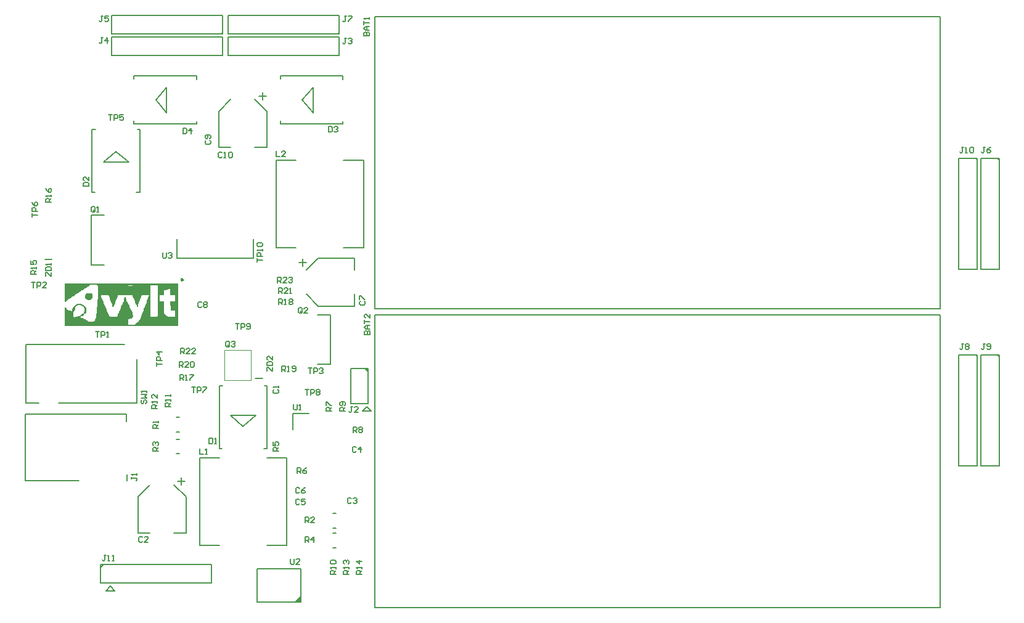
<source format=gto>
G04*
G04 #@! TF.GenerationSoftware,Altium Limited,Altium Designer,24.5.2 (23)*
G04*
G04 Layer_Color=65535*
%FSLAX25Y25*%
%MOIN*%
G70*
G04*
G04 #@! TF.SameCoordinates,60501AE2-BB46-487B-87F6-AF18234ABC67*
G04*
G04*
G04 #@! TF.FilePolarity,Positive*
G04*
G01*
G75*
%ADD10C,0.00984*%
%ADD11C,0.00787*%
%ADD12C,0.00197*%
%ADD13C,0.00500*%
%ADD14C,0.00600*%
%ADD15C,0.00394*%
%ADD16C,0.00701*%
G36*
X37690Y181166D02*
X37964D01*
Y180892D01*
X38238D01*
Y178698D01*
X37964D01*
Y178150D01*
X37690D01*
Y177875D01*
X37416D01*
Y177601D01*
X35770D01*
Y177875D01*
X35222D01*
Y178150D01*
X34674D01*
Y178698D01*
X34400D01*
Y180343D01*
X34674D01*
Y180892D01*
X34948D01*
Y181166D01*
X35496D01*
Y181440D01*
X37690D01*
Y181166D01*
D02*
G37*
G36*
X84850Y163618D02*
X23432D01*
Y173763D01*
X23706D01*
Y173488D01*
X23981D01*
Y173214D01*
X24255D01*
Y172940D01*
X24529D01*
Y172666D01*
X24803D01*
Y172392D01*
X25352D01*
Y172118D01*
X25900D01*
Y171843D01*
X26722D01*
Y171569D01*
X27271D01*
Y172118D01*
X27545D01*
Y172940D01*
X27819D01*
Y173488D01*
X28093D01*
Y174037D01*
X28367D01*
Y174311D01*
X28642D01*
Y174585D01*
X28916D01*
Y174859D01*
X29190D01*
Y175134D01*
X29464D01*
Y175408D01*
X30013D01*
Y175682D01*
X32480D01*
Y175408D01*
X33029D01*
Y175134D01*
X33577D01*
Y174859D01*
X33851D01*
Y174585D01*
X34125D01*
Y174311D01*
X34400D01*
Y174037D01*
X34674D01*
Y173763D01*
X34948D01*
Y172940D01*
X35222D01*
Y171295D01*
X34948D01*
Y170747D01*
X34674D01*
Y170472D01*
X34400D01*
Y170198D01*
X34125D01*
Y169924D01*
X33851D01*
Y169650D01*
X33577D01*
Y169376D01*
X33303D01*
Y169102D01*
X33029D01*
Y168827D01*
X32206D01*
Y168005D01*
X33303D01*
Y167731D01*
X33851D01*
Y167456D01*
X34400D01*
Y167182D01*
X34674D01*
Y166908D01*
X35222D01*
Y166634D01*
X35770D01*
Y166360D01*
X36045D01*
Y166086D01*
X39061D01*
Y166360D01*
X39609D01*
Y166634D01*
X39883D01*
Y167182D01*
X40157D01*
Y168005D01*
X40432D01*
Y170198D01*
X40706D01*
Y174037D01*
X40980D01*
Y177875D01*
X41254D01*
Y185278D01*
X40980D01*
Y185553D01*
X40706D01*
Y185827D01*
X40157D01*
Y186101D01*
X37690D01*
Y185827D01*
X37141D01*
Y185553D01*
X36593D01*
Y185278D01*
X36319D01*
Y185004D01*
X35770D01*
Y184730D01*
X35496D01*
Y184456D01*
X34948D01*
Y184182D01*
X34674D01*
Y183907D01*
X34125D01*
Y183633D01*
X33851D01*
Y183359D01*
X33303D01*
Y183085D01*
X32754D01*
Y182811D01*
X32480D01*
Y182537D01*
X31932D01*
Y182262D01*
X31658D01*
Y181988D01*
X31109D01*
Y181714D01*
X30835D01*
Y181440D01*
X30287D01*
Y181166D01*
X30013D01*
Y180892D01*
X29464D01*
Y180617D01*
X29190D01*
Y180343D01*
X28642D01*
Y180069D01*
X28367D01*
Y179795D01*
X27819D01*
Y179520D01*
X27545D01*
Y179246D01*
X26997D01*
Y178972D01*
X26722D01*
Y178698D01*
X26174D01*
Y178424D01*
X25900D01*
Y178150D01*
X25352D01*
Y177875D01*
X25077D01*
Y177601D01*
X24803D01*
Y177327D01*
X24255D01*
Y177053D01*
X23981D01*
Y176779D01*
X23706D01*
Y176505D01*
X23432D01*
Y186649D01*
X84850D01*
Y163618D01*
D02*
G37*
%LPC*%
G36*
X59899Y185553D02*
X57705D01*
Y185278D01*
X59899D01*
Y185553D01*
D02*
G37*
G36*
X68947Y180343D02*
X65108D01*
Y180069D01*
X64834D01*
Y179795D01*
X64560D01*
Y178972D01*
X64286D01*
Y178150D01*
X64012D01*
Y177327D01*
X63737D01*
Y176505D01*
X63463D01*
Y175682D01*
X63189D01*
Y174859D01*
X62915D01*
Y174037D01*
X62366D01*
Y174859D01*
X62092D01*
Y175408D01*
X61818D01*
Y175956D01*
X61544D01*
Y176779D01*
X61270D01*
Y177327D01*
X60996D01*
Y178150D01*
X60721D01*
Y178698D01*
X60447D01*
Y179246D01*
X60173D01*
Y180069D01*
X59899D01*
Y180343D01*
X52222D01*
Y180069D01*
X51947D01*
Y179246D01*
X51673D01*
Y178424D01*
X51399D01*
Y177875D01*
X51125D01*
Y177053D01*
X50851D01*
Y176230D01*
X50577D01*
Y175682D01*
X50302D01*
Y174859D01*
X50028D01*
Y174311D01*
X49754D01*
Y174037D01*
X49206D01*
Y174859D01*
X48931D01*
Y175682D01*
X48657D01*
Y176230D01*
X48383D01*
Y177053D01*
X48109D01*
Y177875D01*
X47835D01*
Y178424D01*
X47561D01*
Y179246D01*
X47286D01*
Y180069D01*
X47012D01*
Y180343D01*
X42899D01*
Y179795D01*
X43174D01*
Y178972D01*
X43448D01*
Y178424D01*
X43722D01*
Y177601D01*
X43996D01*
Y177053D01*
X44270D01*
Y176230D01*
X44544D01*
Y175682D01*
X44819D01*
Y174859D01*
X45093D01*
Y174311D01*
X45367D01*
Y173763D01*
X45641D01*
Y172940D01*
X45915D01*
Y172392D01*
X46189D01*
Y171569D01*
X46464D01*
Y171021D01*
X46738D01*
Y170198D01*
X47012D01*
Y169650D01*
X47286D01*
Y168827D01*
X47561D01*
Y168553D01*
X51673D01*
Y168827D01*
X51947D01*
Y169650D01*
X52222D01*
Y170198D01*
X52496D01*
Y170747D01*
X52770D01*
Y171569D01*
X53044D01*
Y172118D01*
X53318D01*
Y172940D01*
X53592D01*
Y173488D01*
X53867D01*
Y174311D01*
X54141D01*
Y174859D01*
X54415D01*
Y175408D01*
X54689D01*
Y176230D01*
X54963D01*
Y176779D01*
X55238D01*
Y177601D01*
X55512D01*
Y178698D01*
X55786D01*
Y179246D01*
X56334D01*
Y178424D01*
X56609D01*
Y177875D01*
X56883D01*
Y177053D01*
X57157D01*
Y176505D01*
X57431D01*
Y175956D01*
X57705D01*
Y175408D01*
X57980D01*
Y174859D01*
X58254D01*
Y174311D01*
X58528D01*
Y173488D01*
X58802D01*
Y172940D01*
X59076D01*
Y172392D01*
X59350D01*
Y171843D01*
X59625D01*
Y171295D01*
X59899D01*
Y170472D01*
X60173D01*
Y169650D01*
X60447D01*
Y168553D01*
X60173D01*
Y168279D01*
X59899D01*
Y168005D01*
X59625D01*
Y167731D01*
X58528D01*
Y167456D01*
X57705D01*
Y164166D01*
X60447D01*
Y164440D01*
X61270D01*
Y164715D01*
X61818D01*
Y164989D01*
X62092D01*
Y165263D01*
X62366D01*
Y165537D01*
X62915D01*
Y165811D01*
X63189D01*
Y166086D01*
X63463D01*
Y166634D01*
X63737D01*
Y166908D01*
X64012D01*
Y167456D01*
X64286D01*
Y168279D01*
X64560D01*
Y168827D01*
X64834D01*
Y169376D01*
X65108D01*
Y170198D01*
X65382D01*
Y171021D01*
X65657D01*
Y171569D01*
X65931D01*
Y172392D01*
X66205D01*
Y173214D01*
X66479D01*
Y173763D01*
X66753D01*
Y174585D01*
X67028D01*
Y175408D01*
X67302D01*
Y175956D01*
X67576D01*
Y176779D01*
X67850D01*
Y177601D01*
X68124D01*
Y178424D01*
X68398D01*
Y179246D01*
X68673D01*
Y180069D01*
X68947D01*
Y180343D01*
D02*
G37*
G36*
X80463Y183633D02*
X79366D01*
Y183359D01*
X78269D01*
Y183085D01*
X77447D01*
Y182811D01*
X76898D01*
Y180343D01*
X74705D01*
Y177053D01*
X76898D01*
Y171021D01*
X77172D01*
Y170472D01*
X77447D01*
Y169924D01*
X77721D01*
Y169650D01*
X77995D01*
Y169376D01*
X78269D01*
Y169102D01*
X78543D01*
Y168827D01*
X79092D01*
Y168553D01*
X83204D01*
Y171843D01*
X82108D01*
Y172118D01*
X80737D01*
Y174585D01*
X80463D01*
Y177053D01*
X83204D01*
Y180343D01*
X80463D01*
Y183633D01*
D02*
G37*
G36*
X73608Y185553D02*
X69769D01*
Y177053D01*
Y176779D01*
Y168553D01*
X73334D01*
Y168827D01*
X73608D01*
Y185553D01*
D02*
G37*
G36*
X31932Y174859D02*
X30287D01*
Y174585D01*
X29739D01*
Y174311D01*
X29464D01*
Y174037D01*
X29190D01*
Y173488D01*
X28916D01*
Y172392D01*
X28642D01*
Y171569D01*
X28367D01*
Y171295D01*
X28093D01*
Y168553D01*
X28367D01*
Y168279D01*
X29190D01*
Y168553D01*
X30287D01*
Y168827D01*
X31109D01*
Y169102D01*
X31658D01*
Y169376D01*
X31932D01*
Y169650D01*
X32480D01*
Y169924D01*
X32754D01*
Y170198D01*
X33029D01*
Y170472D01*
X33577D01*
Y170747D01*
X33851D01*
Y171295D01*
X34125D01*
Y173214D01*
X33851D01*
Y173763D01*
X33577D01*
Y174037D01*
X33303D01*
Y174311D01*
X32754D01*
Y174585D01*
X31932D01*
Y174859D01*
D02*
G37*
%LPD*%
D10*
X87238Y188750D02*
X86500Y189176D01*
Y188324D01*
X87238Y188750D01*
D11*
X78551Y278937D02*
Y292717D01*
X72646Y285827D02*
X78551Y278937D01*
X72646Y285827D02*
X78551Y292717D01*
X60835Y272835D02*
Y274803D01*
Y272835D02*
X84063D01*
X90362D01*
X93512D01*
X94693D01*
Y274410D01*
Y296850D02*
Y298819D01*
X71465D02*
X94693D01*
X65165D02*
X71465D01*
X62016D02*
X65165D01*
X60835D02*
X62016D01*
X60835Y297244D02*
Y298819D01*
X157685Y278937D02*
Y292717D01*
X151779Y285827D02*
X157685Y278937D01*
X151779Y285827D02*
X157685Y292717D01*
X139969Y272835D02*
Y274803D01*
Y272835D02*
X163197D01*
X169496D01*
X172646D01*
X173827D01*
Y274410D01*
Y296850D02*
Y298819D01*
X150598D02*
X173827D01*
X144299D02*
X150598D01*
X141150D02*
X144299D01*
X139969D02*
X141150D01*
X139969Y297244D02*
Y298819D01*
X44291Y252157D02*
X58071D01*
X44291D02*
X51181Y258063D01*
X58071Y252157D01*
X38189Y269874D02*
X40157D01*
X38189Y246646D02*
Y269874D01*
Y240347D02*
Y246646D01*
Y237197D02*
Y240347D01*
Y236016D02*
Y237197D01*
Y236016D02*
X39764D01*
X62205D02*
X64173D01*
Y259244D01*
Y265543D01*
Y268693D01*
Y269874D01*
X62598D02*
X64173D01*
X112997Y115165D02*
X126776D01*
X119887Y109260D02*
X126776Y115165D01*
X112997D02*
X119887Y109260D01*
X130910Y97449D02*
X132879D01*
Y120677D01*
Y126976D01*
Y130126D01*
Y131307D01*
X131304D02*
X132879D01*
X106895D02*
X108863D01*
X106895Y108079D02*
Y131307D01*
Y101779D02*
Y108079D01*
Y98630D02*
Y101779D01*
Y97449D02*
Y98630D01*
Y97449D02*
X108469D01*
X168504Y43769D02*
X170079D01*
X168504Y51643D02*
X170079D01*
X168504Y54399D02*
X170079D01*
X168504Y62273D02*
X170079D01*
X83858Y94488D02*
X85433D01*
X83858Y102362D02*
X85433D01*
X83858Y106299D02*
X85433D01*
X83858Y114173D02*
X85433D01*
X137661Y253346D02*
X148488Y253346D01*
X174078D02*
X184905Y253346D01*
X174078Y206102D02*
X184905Y206102D01*
X137661D02*
X148488Y206102D01*
X184905Y206102D02*
Y253346D01*
X137661Y206102D02*
Y253346D01*
X37712Y223521D02*
X44621D01*
X37712Y196698D02*
Y223521D01*
Y196698D02*
X44621D01*
X190945Y169705D02*
X496850D01*
Y11398D02*
Y169705D01*
X190945Y11398D02*
X496850D01*
X190945D02*
Y169705D01*
Y331122D02*
X496850D01*
Y172815D02*
Y331122D01*
X190945Y172815D02*
X496850D01*
X190945D02*
Y331122D01*
X83971Y200364D02*
Y210600D01*
Y200364D02*
X125309D01*
Y210600D01*
X160020Y169685D02*
X166929D01*
Y142862D02*
Y169685D01*
X160020Y142862D02*
X166929D01*
X12598Y199606D02*
X16535D01*
X126378Y135433D02*
X130315D01*
X184252Y117717D02*
X186614Y120079D01*
X184252Y117717D02*
X188189D01*
X186614Y120079D02*
X188976Y117717D01*
X187795D02*
X188976D01*
X49213Y20472D02*
X50394D01*
X48031Y22835D02*
X50394Y20472D01*
X45669D02*
X49606D01*
X45669D02*
X48031Y22835D01*
X132682Y44950D02*
X143509Y44950D01*
X96265D02*
X107091Y44950D01*
X96265Y92194D02*
X107091Y92194D01*
X132682D02*
X143509Y92194D01*
X96265Y44950D02*
Y92194D01*
X143509Y44950D02*
Y92194D01*
X146772Y116210D02*
X155433D01*
X146772Y107549D02*
Y116210D01*
X57087Y79921D02*
Y83465D01*
X56890Y112008D02*
Y115945D01*
X1969D02*
X56890D01*
X1969Y79921D02*
X31102D01*
X1969D02*
Y115945D01*
X62402Y122047D02*
Y143701D01*
X2362Y122047D02*
Y130905D01*
Y122047D02*
X9252D01*
X20079D02*
X25000D01*
X62402Y143701D02*
Y145669D01*
X49606Y153543D02*
X55818D01*
X2362D02*
X49606D01*
X25000Y122047D02*
X62402D01*
X2362Y130905D02*
Y153543D01*
X151058Y14173D02*
Y32283D01*
X127438D02*
X151058D01*
X127438Y14173D02*
Y32283D01*
Y14173D02*
X151058D01*
D12*
X186902Y140215D02*
X186931Y140244D01*
X186759Y140215D02*
X186902D01*
X186659Y140315D02*
X186759Y140215D01*
X186659Y140315D02*
X186745D01*
X187017Y140043D01*
Y139714D02*
Y140043D01*
Y139714D02*
X187046Y139743D01*
Y140315D01*
X187017Y140344D02*
X187046Y140315D01*
X186630Y140344D02*
X187017D01*
X186630D02*
X187003Y139972D01*
Y139843D02*
Y139972D01*
X186602Y140244D02*
X187003Y139843D01*
X186602Y140244D02*
Y140401D01*
X186545Y140458D02*
X186602Y140401D01*
X186545Y140187D02*
Y140458D01*
Y140187D02*
X187188Y139543D01*
X187174D02*
X187188D01*
X186273Y140444D02*
X187174Y139543D01*
X186273Y140215D02*
Y140444D01*
Y140215D02*
X187131Y139356D01*
X187074D02*
X187131D01*
X186001Y140430D02*
X187074Y139356D01*
X186001Y140344D02*
Y140430D01*
Y140344D02*
X187146Y139199D01*
Y138956D02*
Y139199D01*
X185686Y140415D02*
X187146Y138956D01*
X185686Y140415D02*
Y140515D01*
X42990Y34140D02*
X43268Y34418D01*
X42990Y33962D02*
Y34140D01*
Y33962D02*
X43421Y34393D01*
X43572D01*
X43015Y33836D02*
X43572Y34393D01*
X43015Y33722D02*
Y33836D01*
Y33722D02*
X43648Y34355D01*
X43813D01*
X42952Y33494D02*
X43813Y34355D01*
X42952Y33354D02*
Y33494D01*
Y33354D02*
X43978Y34380D01*
X44218D01*
X170349Y321919D02*
X170589D01*
X171615Y322945D01*
Y322805D02*
Y322945D01*
X170754Y321944D02*
X171615Y322805D01*
X170754Y321944D02*
X170919D01*
X171552Y322577D01*
Y322463D02*
Y322577D01*
X170995Y321906D02*
X171552Y322463D01*
X170995Y321906D02*
X171146D01*
X171577Y322337D01*
Y322160D02*
Y322337D01*
X171299Y321881D02*
X171577Y322160D01*
X170349Y310108D02*
X170589D01*
X171615Y311134D01*
Y310994D02*
Y311134D01*
X170754Y310133D02*
X171615Y310994D01*
X170754Y310133D02*
X170919D01*
X171552Y310766D01*
Y310652D02*
Y310766D01*
X170995Y310095D02*
X171552Y310652D01*
X170995Y310095D02*
X171146D01*
X171577Y310526D01*
Y310349D02*
Y310526D01*
X171299Y310070D02*
X171577Y310349D01*
X107357Y310108D02*
X107597D01*
X108623Y311134D01*
Y310994D02*
Y311134D01*
X107762Y310133D02*
X108623Y310994D01*
X107762Y310133D02*
X107926D01*
X108560Y310766D01*
Y310652D02*
Y310766D01*
X108003Y310095D02*
X108560Y310652D01*
X108003Y310095D02*
X108154D01*
X108585Y310526D01*
Y310349D02*
Y310526D01*
X108307Y310070D02*
X108585Y310349D01*
X107357Y321919D02*
X107597D01*
X108623Y322945D01*
Y322805D02*
Y322945D01*
X107762Y321944D02*
X108623Y322805D01*
X107762Y321944D02*
X107926D01*
X108560Y322577D01*
Y322463D02*
Y322577D01*
X108003Y321906D02*
X108560Y322463D01*
X108003Y321906D02*
X108154D01*
X108585Y322337D01*
Y322160D02*
Y322337D01*
X108307Y321881D02*
X108585Y322160D01*
X528475Y253026D02*
Y253266D01*
X527449Y254292D02*
X528475Y253266D01*
X527449Y254292D02*
X527589D01*
X528450Y253431D01*
Y253596D01*
X527816Y254229D02*
X528450Y253596D01*
X527816Y254229D02*
X527930D01*
X528488Y253672D01*
Y253823D01*
X528057Y254254D02*
X528488Y253823D01*
X528057Y254254D02*
X528234D01*
X528513Y253976D01*
X516664Y253026D02*
Y253266D01*
X515638Y254292D02*
X516664Y253266D01*
X515638Y254292D02*
X515777D01*
X516639Y253431D01*
Y253596D01*
X516005Y254229D02*
X516639Y253596D01*
X516005Y254229D02*
X516119D01*
X516677Y253672D01*
Y253823D01*
X516246Y254254D02*
X516677Y253823D01*
X516246Y254254D02*
X516423D01*
X516702Y253976D01*
X528475Y146727D02*
Y146967D01*
X527449Y147993D02*
X528475Y146967D01*
X527449Y147993D02*
X527589D01*
X528450Y147132D01*
Y147297D01*
X527816Y147930D02*
X528450Y147297D01*
X527816Y147930D02*
X527930D01*
X528488Y147373D01*
Y147524D01*
X528057Y147955D02*
X528488Y147524D01*
X528057Y147955D02*
X528234D01*
X528513Y147677D01*
X516664Y146727D02*
Y146967D01*
X515638Y147993D02*
X516664Y146967D01*
X515638Y147993D02*
X515777D01*
X516639Y147132D01*
Y147297D01*
X516005Y147930D02*
X516639Y147297D01*
X516005Y147930D02*
X516119D01*
X516677Y147373D01*
Y147524D01*
X516246Y147955D02*
X516677Y147524D01*
X516246Y147955D02*
X516423D01*
X516702Y147677D01*
D13*
X178079Y140504D02*
X187276D01*
X178079Y121701D02*
X187276D01*
Y140504D01*
X178079Y121701D02*
Y140504D01*
X42835Y34528D02*
X102835D01*
X42835Y24528D02*
X102835D01*
X42835D02*
Y34528D01*
X102835Y24528D02*
Y34528D01*
X111732Y321772D02*
Y331772D01*
X171732Y321772D02*
Y331772D01*
X111732D02*
X171732D01*
X111732Y321772D02*
X171732D01*
X111732Y309961D02*
Y319961D01*
X171732Y309961D02*
Y319961D01*
X111732D02*
X171732D01*
X111732Y309961D02*
X171732D01*
X48740Y309961D02*
Y319961D01*
X108740Y309961D02*
Y319961D01*
X48740D02*
X108740D01*
X48740Y309961D02*
X108740D01*
X48740Y321772D02*
Y331772D01*
X108740Y321772D02*
Y331772D01*
X48740D02*
X108740D01*
X48740Y321772D02*
X108740D01*
X518622Y194409D02*
X528622D01*
X518622Y254410D02*
X528622D01*
X518622Y194409D02*
Y254410D01*
X528622Y194409D02*
Y254410D01*
X506811Y194409D02*
X516811D01*
X506811Y254410D02*
X516811D01*
X506811Y194409D02*
Y254410D01*
X516811Y194409D02*
Y254410D01*
X518622Y88110D02*
X528622D01*
X518622Y148110D02*
X528622D01*
X518622Y88110D02*
Y148110D01*
X528622Y88110D02*
Y148110D01*
X506811Y88110D02*
X516811D01*
X506811Y148110D02*
X516811D01*
X506811Y88110D02*
Y148110D01*
X516811Y88110D02*
Y148110D01*
D14*
X179929Y174402D02*
Y180902D01*
X160429Y174402D02*
X179929D01*
X153929Y180902D02*
X160429Y174402D01*
X179929Y193902D02*
Y200402D01*
X160429D02*
X179929D01*
X153929Y193902D02*
X160429Y200402D01*
X106685Y260228D02*
X113185D01*
X106685D02*
Y279728D01*
X113185Y286228D01*
X126185Y260228D02*
X132685D01*
Y279728D01*
X126185Y286228D02*
X132685Y279728D01*
X82394Y77764D02*
X88894Y71264D01*
Y51764D02*
Y71264D01*
X82394Y51764D02*
X88894D01*
X62894Y71264D02*
X69394Y77764D01*
X62894Y51764D02*
Y71264D01*
Y51764D02*
X69394D01*
X150082Y198000D02*
X154080D01*
X152081Y200000D02*
Y196001D01*
X130284Y290076D02*
Y286077D01*
X132283Y288076D02*
X128284D01*
X86492Y81611D02*
Y77613D01*
X88492Y79612D02*
X84493D01*
D15*
X124016Y134252D02*
Y150787D01*
X109843Y134252D02*
X124016D01*
X109843D02*
Y150787D01*
X124016D01*
X151015Y14567D02*
X151159Y17799D01*
X150883Y17628D02*
X151015Y14567D01*
X150725Y14528D02*
X150883Y17628D01*
X150712Y17549D02*
X150725Y14528D01*
X150450Y14633D02*
X150712Y17549D01*
X150358Y17076D02*
X150450Y14633D01*
X150174Y14383D02*
X150358Y17076D01*
X150069Y16682D02*
X150174Y14383D01*
X149859Y14397D02*
X150069Y16682D01*
X149846Y16446D02*
X149859Y14397D01*
X149688Y14488D02*
X149846Y16446D01*
X149583Y16288D02*
X149688Y14488D01*
X149359Y14423D02*
X149583Y16288D01*
X149254Y15986D02*
X149359Y14423D01*
X149189Y14252D02*
X149254Y15986D01*
X148939Y15539D02*
X149189Y14252D01*
X148913Y14397D02*
X148939Y15539D01*
X148689Y15395D02*
X148913Y14397D01*
X148558Y14383D02*
X148689Y15395D01*
X148427Y15132D02*
X148558Y14383D01*
X148216Y14423D02*
X148427Y15132D01*
X147967Y14462D02*
X148216Y14423D01*
X147967Y14462D02*
X147993Y14567D01*
X148243Y14870D01*
X148873Y15513D01*
X149293Y15802D01*
X149675Y16117D01*
X147809Y14342D02*
X151190Y17968D01*
X147500Y14394D02*
X151010Y18135D01*
D16*
X184177Y29322D02*
X181178D01*
Y30822D01*
X181677Y31321D01*
X182677D01*
X183177Y30822D01*
Y29322D01*
Y30322D02*
X184177Y31321D01*
Y32321D02*
Y33321D01*
Y32821D01*
X181178D01*
X181677Y32321D01*
X184177Y36320D02*
X181178D01*
X182677Y34820D01*
Y36820D01*
X177090Y29322D02*
X174091D01*
Y30822D01*
X174591Y31321D01*
X175591D01*
X176090Y30822D01*
Y29322D01*
Y30322D02*
X177090Y31321D01*
Y32321D02*
Y33321D01*
Y32821D01*
X174091D01*
X174591Y32321D01*
Y34820D02*
X174091Y35320D01*
Y36320D01*
X174591Y36820D01*
X175091D01*
X175591Y36320D01*
Y35820D01*
Y36320D01*
X176090Y36820D01*
X176590D01*
X177090Y36320D01*
Y35320D01*
X176590Y34820D01*
X155056Y140870D02*
X157056D01*
X156056D01*
Y137871D01*
X158055D02*
Y140870D01*
X159555D01*
X160055Y140370D01*
Y139370D01*
X159555Y138870D01*
X158055D01*
X161055Y140370D02*
X161554Y140870D01*
X162554D01*
X163054Y140370D01*
Y139870D01*
X162554Y139370D01*
X162054D01*
X162554D01*
X163054Y138870D01*
Y138370D01*
X162554Y137871D01*
X161554D01*
X161055Y138370D01*
X127241Y198295D02*
Y200294D01*
Y199295D01*
X130240D01*
Y201294D02*
X127241D01*
Y202794D01*
X127741Y203293D01*
X128740D01*
X129240Y202794D01*
Y201294D01*
X130240Y204293D02*
Y205293D01*
Y204793D01*
X127241D01*
X127741Y204293D01*
Y206792D02*
X127241Y207292D01*
Y208292D01*
X127741Y208792D01*
X129740D01*
X130240Y208292D01*
Y207292D01*
X129740Y206792D01*
X127741D01*
X115686Y164885D02*
X117686D01*
X116686D01*
Y161886D01*
X118685D02*
Y164885D01*
X120185D01*
X120685Y164385D01*
Y163386D01*
X120185Y162886D01*
X118685D01*
X121684Y162386D02*
X122184Y161886D01*
X123184D01*
X123684Y162386D01*
Y164385D01*
X123184Y164885D01*
X122184D01*
X121684Y164385D01*
Y163886D01*
X122184Y163386D01*
X123684D01*
X153336Y129465D02*
X155335D01*
X154335D01*
Y126466D01*
X156335D02*
Y129465D01*
X157834D01*
X158334Y128966D01*
Y127966D01*
X157834Y127466D01*
X156335D01*
X159334Y128966D02*
X159834Y129465D01*
X160833D01*
X161333Y128966D01*
Y128466D01*
X160833Y127966D01*
X161333Y127466D01*
Y126966D01*
X160833Y126466D01*
X159834D01*
X159334Y126966D01*
Y127466D01*
X159834Y127966D01*
X159334Y128466D01*
Y128966D01*
X159834Y127966D02*
X160833D01*
X92064Y130633D02*
X94064D01*
X93064D01*
Y127634D01*
X95063D02*
Y130633D01*
X96563D01*
X97063Y130133D01*
Y129134D01*
X96563Y128634D01*
X95063D01*
X98062Y130633D02*
X100062D01*
Y130133D01*
X98062Y128134D01*
Y127634D01*
X5587Y222773D02*
Y224772D01*
Y223773D01*
X8586D01*
Y225772D02*
X5587D01*
Y227272D01*
X6087Y227771D01*
X7087D01*
X7586Y227272D01*
Y225772D01*
X5587Y230770D02*
X6087Y229771D01*
X7087Y228771D01*
X8086D01*
X8586Y229271D01*
Y230271D01*
X8086Y230770D01*
X7586D01*
X7087Y230271D01*
Y228771D01*
X72910Y142064D02*
Y144064D01*
Y143064D01*
X75909D01*
Y145063D02*
X72910D01*
Y146563D01*
X73410Y147063D01*
X74409D01*
X74909Y146563D01*
Y145063D01*
X75909Y149562D02*
X72910D01*
X74409Y148062D01*
Y150062D01*
X5450Y187326D02*
X7450D01*
X6450D01*
Y184327D01*
X8449D02*
Y187326D01*
X9949D01*
X10448Y186827D01*
Y185827D01*
X9949Y185327D01*
X8449D01*
X13447Y184327D02*
X11448D01*
X13447Y186327D01*
Y186827D01*
X12948Y187326D01*
X11948D01*
X11448Y186827D01*
X40202Y160555D02*
X42201D01*
X41202D01*
Y157556D01*
X43201D02*
Y160555D01*
X44701D01*
X45200Y160055D01*
Y159055D01*
X44701Y158555D01*
X43201D01*
X46200Y157556D02*
X47200D01*
X46700D01*
Y160555D01*
X46200Y160055D01*
X47182Y277877D02*
X49182D01*
X48182D01*
Y274879D01*
X50181D02*
Y277877D01*
X51681D01*
X52181Y277378D01*
Y276378D01*
X51681Y275878D01*
X50181D01*
X55180Y277877D02*
X53180D01*
Y276378D01*
X54180Y276878D01*
X54680D01*
X55180Y276378D01*
Y275378D01*
X54680Y274879D01*
X53680D01*
X53180Y275378D01*
X73547Y119086D02*
X70548D01*
Y120585D01*
X71048Y121085D01*
X72047D01*
X72547Y120585D01*
Y119086D01*
Y120086D02*
X73547Y121085D01*
Y122085D02*
Y123085D01*
Y122585D01*
X70548D01*
X71048Y122085D01*
X73547Y126583D02*
Y124584D01*
X71547Y126583D01*
X71048D01*
X70548Y126084D01*
Y125084D01*
X71048Y124584D01*
X80633Y119979D02*
X77634D01*
Y121479D01*
X78134Y121979D01*
X79134D01*
X79634Y121479D01*
Y119979D01*
Y120979D02*
X80633Y121979D01*
Y122978D02*
Y123978D01*
Y123478D01*
X77634D01*
X78134Y122978D01*
X80633Y125478D02*
Y126477D01*
Y125978D01*
X77634D01*
X78134Y125478D01*
X76241Y203468D02*
Y200969D01*
X76741Y200469D01*
X77741D01*
X78240Y200969D01*
Y203468D01*
X79240Y202968D02*
X79740Y203468D01*
X80739D01*
X81239Y202968D01*
Y202468D01*
X80739Y201969D01*
X80240D01*
X80739D01*
X81239Y201469D01*
Y200969D01*
X80739Y200469D01*
X79740D01*
X79240Y200969D01*
X138521Y187083D02*
Y190082D01*
X140021D01*
X140520Y189582D01*
Y188583D01*
X140021Y188083D01*
X138521D01*
X139521D02*
X140520Y187083D01*
X143519D02*
X141520D01*
X143519Y189083D01*
Y189582D01*
X143019Y190082D01*
X142020D01*
X141520Y189582D01*
X144519D02*
X145019Y190082D01*
X146019D01*
X146518Y189582D01*
Y189083D01*
X146019Y188583D01*
X145519D01*
X146019D01*
X146518Y188083D01*
Y187583D01*
X146019Y187083D01*
X145019D01*
X144519Y187583D01*
X139021Y181178D02*
Y184177D01*
X140520D01*
X141020Y183677D01*
Y182677D01*
X140520Y182177D01*
X139021D01*
X140021D02*
X141020Y181178D01*
X144019D02*
X142020D01*
X144019Y183177D01*
Y183677D01*
X143519Y184177D01*
X142520D01*
X142020Y183677D01*
X145019Y181178D02*
X146019D01*
X145519D01*
Y184177D01*
X145019Y183677D01*
X139165Y175272D02*
Y178271D01*
X140664D01*
X141164Y177771D01*
Y176772D01*
X140664Y176272D01*
X139165D01*
X140164D02*
X141164Y175272D01*
X142164D02*
X143163D01*
X142664D01*
Y178271D01*
X142164Y177771D01*
X144663D02*
X145163Y178271D01*
X146162D01*
X146662Y177771D01*
Y177271D01*
X146162Y176772D01*
X146662Y176272D01*
Y175772D01*
X146162Y175272D01*
X145163D01*
X144663Y175772D01*
Y176272D01*
X145163Y176772D01*
X144663Y177271D01*
Y177771D01*
X145163Y176772D02*
X146162D01*
X137658Y258192D02*
Y255193D01*
X139658D01*
X142657D02*
X140657D01*
X142657Y257193D01*
Y257693D01*
X142157Y258192D01*
X141157D01*
X140657Y257693D01*
X87265Y270791D02*
Y267792D01*
X88764D01*
X89264Y268292D01*
Y270291D01*
X88764Y270791D01*
X87265D01*
X91763Y267792D02*
Y270791D01*
X90264Y269291D01*
X92263D01*
X99788Y264067D02*
X99288Y263567D01*
Y262568D01*
X99788Y262068D01*
X101787D01*
X102287Y262568D01*
Y263567D01*
X101787Y264067D01*
Y265067D02*
X102287Y265567D01*
Y266566D01*
X101787Y267066D01*
X99788D01*
X99288Y266566D01*
Y265567D01*
X99788Y265067D01*
X100288D01*
X100787Y265567D01*
Y267066D01*
X97532Y176197D02*
X97032Y176696D01*
X96032D01*
X95532Y176197D01*
Y174197D01*
X96032Y173697D01*
X97032D01*
X97532Y174197D01*
X98531Y176197D02*
X99031Y176696D01*
X100031D01*
X100531Y176197D01*
Y175697D01*
X100031Y175197D01*
X100531Y174697D01*
Y174197D01*
X100031Y173697D01*
X99031D01*
X98531Y174197D01*
Y174697D01*
X99031Y175197D01*
X98531Y175697D01*
Y176197D01*
X99031Y175197D02*
X100031D01*
X108487Y257299D02*
X107987Y257799D01*
X106987D01*
X106487Y257299D01*
Y255299D01*
X106987Y254800D01*
X107987D01*
X108487Y255299D01*
X109486Y254800D02*
X110486D01*
X109986D01*
Y257799D01*
X109486Y257299D01*
X111986D02*
X112486Y257799D01*
X113485D01*
X113985Y257299D01*
Y255299D01*
X113485Y254800D01*
X112486D01*
X111986Y255299D01*
Y257299D01*
X183252Y177059D02*
X182752Y176559D01*
Y175560D01*
X183252Y175060D01*
X185252D01*
X185751Y175560D01*
Y176559D01*
X185252Y177059D01*
X182752Y178059D02*
Y180058D01*
X183252D01*
X185252Y178059D01*
X185751D01*
X132752Y139308D02*
Y141308D01*
X133252D01*
X135252Y139308D01*
X135751D01*
Y141308D01*
X132752Y142307D02*
X135751D01*
Y143807D01*
X135252Y144307D01*
X133252D01*
X132752Y143807D01*
Y142307D01*
X135751Y147306D02*
Y145306D01*
X133752Y147306D01*
X133252D01*
X132752Y146806D01*
Y145806D01*
X133252Y145306D01*
X13067Y190596D02*
Y192595D01*
X13567D01*
X15567Y190596D01*
X16066D01*
Y192595D01*
X13067Y193595D02*
X16066D01*
Y195094D01*
X15567Y195594D01*
X13567D01*
X13067Y195094D01*
Y193595D01*
X16066Y196594D02*
Y197593D01*
Y197093D01*
X13067D01*
X13567Y196594D01*
X86159Y148501D02*
Y151499D01*
X87658D01*
X88158Y151000D01*
Y150000D01*
X87658Y149500D01*
X86159D01*
X87159D02*
X88158Y148501D01*
X91157D02*
X89158D01*
X91157Y150500D01*
Y151000D01*
X90657Y151499D01*
X89658D01*
X89158Y151000D01*
X94156Y148501D02*
X92157D01*
X94156Y150500D01*
Y151000D01*
X93656Y151499D01*
X92657D01*
X92157Y151000D01*
X85371Y141414D02*
Y144413D01*
X86871D01*
X87371Y143913D01*
Y142913D01*
X86871Y142414D01*
X85371D01*
X86371D02*
X87371Y141414D01*
X90370D02*
X88370D01*
X90370Y143413D01*
Y143913D01*
X89870Y144413D01*
X88870D01*
X88370Y143913D01*
X91369D02*
X91869Y144413D01*
X92869D01*
X93369Y143913D01*
Y141914D01*
X92869Y141414D01*
X91869D01*
X91369Y141914D01*
Y143913D01*
X140739Y139052D02*
Y142051D01*
X142239D01*
X142739Y141551D01*
Y140551D01*
X142239Y140051D01*
X140739D01*
X141739D02*
X142739Y139052D01*
X143738D02*
X144738D01*
X144238D01*
Y142051D01*
X143738Y141551D01*
X146238Y139551D02*
X146738Y139052D01*
X147737D01*
X148237Y139551D01*
Y141551D01*
X147737Y142051D01*
X146738D01*
X146238Y141551D01*
Y141051D01*
X146738Y140551D01*
X148237D01*
X85621Y134327D02*
Y137326D01*
X87121D01*
X87621Y136827D01*
Y135827D01*
X87121Y135327D01*
X85621D01*
X86621D02*
X87621Y134327D01*
X88620D02*
X89620D01*
X89120D01*
Y137326D01*
X88620Y136827D01*
X91119Y137326D02*
X93119D01*
Y136827D01*
X91119Y134827D01*
Y134327D01*
X16066Y230503D02*
X13067D01*
Y232003D01*
X13567Y232503D01*
X14567D01*
X15067Y232003D01*
Y230503D01*
Y231503D02*
X16066Y232503D01*
Y233502D02*
Y234502D01*
Y234002D01*
X13067D01*
X13567Y233502D01*
X13067Y238001D02*
X13567Y237001D01*
X14567Y236001D01*
X15567D01*
X16066Y236501D01*
Y237501D01*
X15567Y238001D01*
X15067D01*
X14567Y237501D01*
Y236001D01*
X8192Y191527D02*
X5193D01*
Y193026D01*
X5693Y193526D01*
X6693D01*
X7193Y193026D01*
Y191527D01*
Y192526D02*
X8192Y193526D01*
Y194526D02*
Y195526D01*
Y195026D01*
X5193D01*
X5693Y194526D01*
X5193Y199024D02*
Y197025D01*
X6693D01*
X6193Y198025D01*
Y198525D01*
X6693Y199024D01*
X7693D01*
X8192Y198525D01*
Y197525D01*
X7693Y197025D01*
X151862Y171048D02*
Y173047D01*
X151363Y173547D01*
X150363D01*
X149863Y173047D01*
Y171048D01*
X150363Y170548D01*
X151363D01*
X150863Y171547D02*
X151862Y170548D01*
X151363D02*
X151862Y171048D01*
X154861Y170548D02*
X152862D01*
X154861Y172547D01*
Y173047D01*
X154362Y173547D01*
X153362D01*
X152862Y173047D01*
X112492Y152937D02*
Y154937D01*
X111993Y155437D01*
X110993D01*
X110493Y154937D01*
Y152937D01*
X110993Y152437D01*
X111993D01*
X111493Y153437D02*
X112492Y152437D01*
X111993D02*
X112492Y152937D01*
X113492Y154937D02*
X113992Y155437D01*
X114991D01*
X115491Y154937D01*
Y154437D01*
X114991Y153937D01*
X114492D01*
X114991D01*
X115491Y153437D01*
Y152937D01*
X114991Y152437D01*
X113992D01*
X113492Y152937D01*
X39764Y225772D02*
Y227771D01*
X39264Y228271D01*
X38264D01*
X37764Y227771D01*
Y225772D01*
X38264Y225272D01*
X39264D01*
X38764Y226272D02*
X39764Y225272D01*
X39264D02*
X39764Y225772D01*
X40764Y225272D02*
X41763D01*
X41263D01*
Y228271D01*
X40764Y227771D01*
X166005Y271578D02*
Y268579D01*
X167504D01*
X168004Y269079D01*
Y271078D01*
X167504Y271578D01*
X166005D01*
X169004Y271078D02*
X169504Y271578D01*
X170503D01*
X171003Y271078D01*
Y270579D01*
X170503Y270079D01*
X170003D01*
X170503D01*
X171003Y269579D01*
Y269079D01*
X170503Y268579D01*
X169504D01*
X169004Y269079D01*
X33540Y239233D02*
X36539D01*
Y240733D01*
X36039Y241232D01*
X34040D01*
X33540Y240733D01*
Y239233D01*
X36539Y244232D02*
Y242232D01*
X34539Y244232D01*
X34040D01*
X33540Y243732D01*
Y242732D01*
X34040Y242232D01*
X167641Y117579D02*
X164642D01*
Y119079D01*
X165142Y119579D01*
X166142D01*
X166642Y119079D01*
Y117579D01*
Y118579D02*
X167641Y119579D01*
X164642Y120579D02*
Y122578D01*
X165142D01*
X167141Y120579D01*
X167641D01*
X178240Y70291D02*
X177741Y70791D01*
X176741D01*
X176241Y70291D01*
Y68292D01*
X176741Y67792D01*
X177741D01*
X178240Y68292D01*
X179240Y70291D02*
X179740Y70791D01*
X180739D01*
X181239Y70291D01*
Y69791D01*
X180739Y69291D01*
X180240D01*
X180739D01*
X181239Y68792D01*
Y68292D01*
X180739Y67792D01*
X179740D01*
X179240Y68292D01*
X179028Y120003D02*
X178028D01*
X178528D01*
Y117504D01*
X178028Y117004D01*
X177528D01*
X177028Y117504D01*
X182027Y117004D02*
X180027D01*
X182027Y119004D01*
Y119504D01*
X181527Y120003D01*
X180527D01*
X180027Y119504D01*
X101544Y103074D02*
Y100075D01*
X103043D01*
X103543Y100575D01*
Y102575D01*
X103043Y103074D01*
X101544D01*
X104543Y100075D02*
X105543D01*
X105043D01*
Y103074D01*
X104543Y102575D01*
X45601Y39689D02*
X44601D01*
X45101D01*
Y37189D01*
X44601Y36689D01*
X44101D01*
X43601Y37189D01*
X46600Y36689D02*
X47600D01*
X47100D01*
Y39689D01*
X46600Y39189D01*
X49100Y36689D02*
X50099D01*
X49599D01*
Y39689D01*
X49100Y39189D01*
X175681Y331224D02*
X174682D01*
X175181D01*
Y328725D01*
X174682Y328225D01*
X174182D01*
X173682Y328725D01*
X176681Y331224D02*
X178680D01*
Y330724D01*
X176681Y328725D01*
Y328225D01*
X521050Y260402D02*
X520050D01*
X520550D01*
Y257903D01*
X520050Y257403D01*
X519550D01*
X519050Y257903D01*
X524049Y260402D02*
X523049Y259902D01*
X522049Y258903D01*
Y257903D01*
X522549Y257403D01*
X523549D01*
X524049Y257903D01*
Y258403D01*
X523549Y258903D01*
X522049D01*
X509250Y260402D02*
X508250D01*
X508750D01*
Y257903D01*
X508250Y257403D01*
X507750D01*
X507250Y257903D01*
X510249Y257403D02*
X511249D01*
X510749D01*
Y260402D01*
X510249Y259902D01*
X512749D02*
X513248Y260402D01*
X514248D01*
X514748Y259902D01*
Y257903D01*
X514248Y257403D01*
X513248D01*
X512749Y257903D01*
Y259902D01*
X521050Y154102D02*
X520050D01*
X520550D01*
Y151603D01*
X520050Y151103D01*
X519550D01*
X519050Y151603D01*
X522049D02*
X522549Y151103D01*
X523549D01*
X524049Y151603D01*
Y153602D01*
X523549Y154102D01*
X522549D01*
X522049Y153602D01*
Y153103D01*
X522549Y152603D01*
X524049D01*
X175681Y319413D02*
X174682D01*
X175181D01*
Y316914D01*
X174682Y316414D01*
X174182D01*
X173682Y316914D01*
X176681Y318913D02*
X177181Y319413D01*
X178181D01*
X178680Y318913D01*
Y318413D01*
X178181Y317913D01*
X177681D01*
X178181D01*
X178680Y317414D01*
Y316914D01*
X178181Y316414D01*
X177181D01*
X176681Y316914D01*
X509250Y154102D02*
X508250D01*
X508750D01*
Y151603D01*
X508250Y151103D01*
X507750D01*
X507250Y151603D01*
X510249Y153602D02*
X510749Y154102D01*
X511749D01*
X512249Y153602D01*
Y153103D01*
X511749Y152603D01*
X512249Y152103D01*
Y151603D01*
X511749Y151103D01*
X510749D01*
X510249Y151603D01*
Y152103D01*
X510749Y152603D01*
X510249Y153103D01*
Y153602D01*
X510749Y152603D02*
X511749D01*
X43988Y319610D02*
X42989D01*
X43488D01*
Y317111D01*
X42989Y316611D01*
X42489D01*
X41989Y317111D01*
X46488Y316611D02*
Y319610D01*
X44988Y318110D01*
X46987D01*
X43988Y331421D02*
X42989D01*
X43488D01*
Y328922D01*
X42989Y328422D01*
X42489D01*
X41989Y328922D01*
X46987Y331421D02*
X44988D01*
Y329921D01*
X45988Y330421D01*
X46488D01*
X46987Y329921D01*
Y328922D01*
X46488Y328422D01*
X45488D01*
X44988Y328922D01*
X145532Y37720D02*
Y35221D01*
X146032Y34721D01*
X147032D01*
X147532Y35221D01*
Y37720D01*
X150531Y34721D02*
X148531D01*
X150531Y36720D01*
Y37220D01*
X150031Y37720D01*
X149031D01*
X148531Y37220D01*
X170003Y29322D02*
X167004D01*
Y30822D01*
X167504Y31321D01*
X168504D01*
X169004Y30822D01*
Y29322D01*
Y30322D02*
X170003Y31321D01*
Y32321D02*
Y33321D01*
Y32821D01*
X167004D01*
X167504Y32321D01*
Y34820D02*
X167004Y35320D01*
Y36320D01*
X167504Y36820D01*
X169504D01*
X170003Y36320D01*
Y35320D01*
X169504Y34820D01*
X167504D01*
X138901Y95926D02*
X135902D01*
Y97426D01*
X136402Y97925D01*
X137402D01*
X137901Y97426D01*
Y95926D01*
Y96926D02*
X138901Y97925D01*
X135902Y100924D02*
Y98925D01*
X137402D01*
X136902Y99925D01*
Y100425D01*
X137402Y100924D01*
X138401D01*
X138901Y100425D01*
Y99425D01*
X138401Y98925D01*
X153406Y57162D02*
Y60161D01*
X154906D01*
X155406Y59661D01*
Y58661D01*
X154906Y58162D01*
X153406D01*
X154406D02*
X155406Y57162D01*
X158405D02*
X156405D01*
X158405Y59161D01*
Y59661D01*
X157905Y60161D01*
X156905D01*
X156405Y59661D01*
X65142Y123697D02*
X64642Y123197D01*
Y122198D01*
X65142Y121698D01*
X65642D01*
X66142Y122198D01*
Y123197D01*
X66641Y123697D01*
X67141D01*
X67641Y123197D01*
Y122198D01*
X67141Y121698D01*
X64642Y124697D02*
X67641D01*
X66641Y125697D01*
X67641Y126696D01*
X64642D01*
X67641Y127696D02*
Y128696D01*
Y128196D01*
X64642D01*
X65142Y127696D01*
X59524Y81890D02*
Y80890D01*
Y81390D01*
X62023D01*
X62523Y80890D01*
Y80390D01*
X62023Y79890D01*
X62523Y82889D02*
Y83889D01*
Y83389D01*
X59524D01*
X60024Y82889D01*
X147213Y121185D02*
Y118685D01*
X147713Y118185D01*
X148713D01*
X149213Y118685D01*
Y121185D01*
X150212Y118185D02*
X151212D01*
X150712D01*
Y121185D01*
X150212Y120685D01*
X175122Y117580D02*
X172123D01*
Y119079D01*
X172622Y119579D01*
X173622D01*
X174122Y119079D01*
Y117580D01*
Y118579D02*
X175122Y119579D01*
X174622Y120579D02*
X175122Y121078D01*
Y122078D01*
X174622Y122578D01*
X172622D01*
X172123Y122078D01*
Y121078D01*
X172622Y120579D01*
X173122D01*
X173622Y121078D01*
Y122578D01*
X179391Y105981D02*
Y108980D01*
X180890D01*
X181390Y108480D01*
Y107480D01*
X180890Y106981D01*
X179391D01*
X180390D02*
X181390Y105981D01*
X182390Y108480D02*
X182889Y108980D01*
X183889D01*
X184389Y108480D01*
Y107980D01*
X183889Y107480D01*
X184389Y106981D01*
Y106481D01*
X183889Y105981D01*
X182889D01*
X182390Y106481D01*
Y106981D01*
X182889Y107480D01*
X182390Y107980D01*
Y108480D01*
X182889Y107480D02*
X183889D01*
X149076Y83934D02*
Y86933D01*
X150575D01*
X151075Y86433D01*
Y85433D01*
X150575Y84933D01*
X149076D01*
X150075D02*
X151075Y83934D01*
X154074Y86933D02*
X153074Y86433D01*
X152075Y85433D01*
Y84433D01*
X152575Y83934D01*
X153574D01*
X154074Y84433D01*
Y84933D01*
X153574Y85433D01*
X152075D01*
X153406Y46532D02*
Y49531D01*
X154906D01*
X155406Y49031D01*
Y48031D01*
X154906Y47532D01*
X153406D01*
X154406D02*
X155406Y46532D01*
X157905D02*
Y49531D01*
X156405Y48031D01*
X158405D01*
X73940Y95926D02*
X70941D01*
Y97426D01*
X71441Y97925D01*
X72441D01*
X72941Y97426D01*
Y95926D01*
Y96926D02*
X73940Y97925D01*
X71441Y98925D02*
X70941Y99425D01*
Y100425D01*
X71441Y100924D01*
X71941D01*
X72441Y100425D01*
Y99925D01*
Y100425D01*
X72941Y100924D01*
X73441D01*
X73940Y100425D01*
Y99425D01*
X73441Y98925D01*
X73940Y108237D02*
X70941D01*
Y109736D01*
X71441Y110236D01*
X72441D01*
X72941Y109736D01*
Y108237D01*
Y109237D02*
X73940Y110236D01*
Y111236D02*
Y112236D01*
Y111736D01*
X70941D01*
X71441Y111236D01*
X96426Y97169D02*
Y94170D01*
X98425D01*
X99425D02*
X100425D01*
X99925D01*
Y97169D01*
X99425Y96669D01*
X150288Y75803D02*
X149788Y76303D01*
X148788D01*
X148288Y75803D01*
Y73804D01*
X148788Y73304D01*
X149788D01*
X150288Y73804D01*
X153287Y76303D02*
X152287Y75803D01*
X151287Y74803D01*
Y73804D01*
X151787Y73304D01*
X152787D01*
X153287Y73804D01*
Y74303D01*
X152787Y74803D01*
X151287D01*
X150288Y69504D02*
X149788Y70003D01*
X148788D01*
X148288Y69504D01*
Y67504D01*
X148788Y67004D01*
X149788D01*
X150288Y67504D01*
X153287Y70003D02*
X151287D01*
Y68504D01*
X152287Y69004D01*
X152787D01*
X153287Y68504D01*
Y67504D01*
X152787Y67004D01*
X151787D01*
X151287Y67504D01*
X136407Y129202D02*
X135907Y128702D01*
Y127703D01*
X136407Y127203D01*
X138406D01*
X138906Y127703D01*
Y128702D01*
X138406Y129202D01*
X138906Y130202D02*
Y131202D01*
Y130702D01*
X135907D01*
X136407Y130202D01*
X180996Y97850D02*
X180496Y98350D01*
X179497D01*
X178997Y97850D01*
Y95851D01*
X179497Y95351D01*
X180496D01*
X180996Y95851D01*
X183495Y95351D02*
Y98350D01*
X181996Y96850D01*
X183995D01*
X65551Y49228D02*
X65052Y49728D01*
X64052D01*
X63552Y49228D01*
Y47229D01*
X64052Y46729D01*
X65052D01*
X65551Y47229D01*
X68550Y46729D02*
X66551D01*
X68550Y48728D01*
Y49228D01*
X68050Y49728D01*
X67051D01*
X66551Y49228D01*
X185115Y320592D02*
X188114D01*
Y322092D01*
X187614Y322591D01*
X187114D01*
X186614Y322092D01*
Y320592D01*
Y322092D01*
X186114Y322591D01*
X185615D01*
X185115Y322092D01*
Y320592D01*
X188114Y323591D02*
X186114D01*
X185115Y324591D01*
X186114Y325591D01*
X188114D01*
X186614D01*
Y323591D01*
X185115Y326590D02*
Y328590D01*
Y327590D01*
X188114D01*
Y329589D02*
Y330589D01*
Y330089D01*
X185115D01*
X185615Y329589D01*
X185508Y159069D02*
X188507D01*
Y160568D01*
X188007Y161068D01*
X187508D01*
X187008Y160568D01*
Y159069D01*
Y160568D01*
X186508Y161068D01*
X186008D01*
X185508Y160568D01*
Y159069D01*
X188507Y162068D02*
X186508D01*
X185508Y163067D01*
X186508Y164067D01*
X188507D01*
X187008D01*
Y162068D01*
X185508Y165067D02*
Y167066D01*
Y166067D01*
X188507D01*
Y170065D02*
Y168066D01*
X186508Y170065D01*
X186008D01*
X185508Y169565D01*
Y168566D01*
X186008Y168066D01*
M02*

</source>
